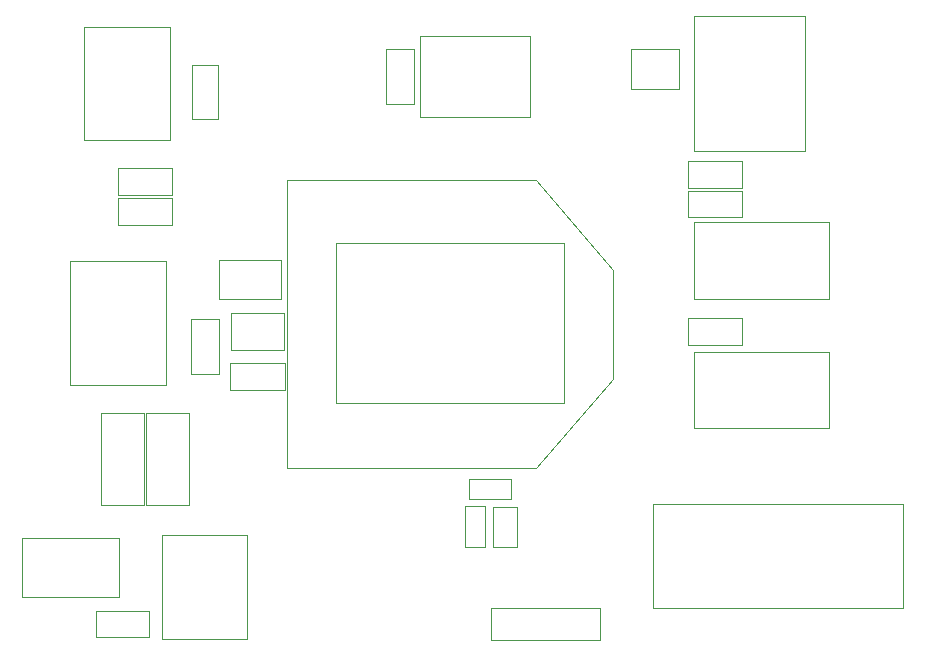
<source format=gbr>
%TF.GenerationSoftware,KiCad,Pcbnew,6.0.10-86aedd382b~118~ubuntu20.04.1*%
%TF.CreationDate,2023-01-16T10:09:38+01:00*%
%TF.ProjectId,Adaptateur-USB-Xbee-2,41646170-7461-4746-9575-722d5553422d,rev?*%
%TF.SameCoordinates,Original*%
%TF.FileFunction,Other,User*%
%FSLAX46Y46*%
G04 Gerber Fmt 4.6, Leading zero omitted, Abs format (unit mm)*
G04 Created by KiCad (PCBNEW 6.0.10-86aedd382b~118~ubuntu20.04.1) date 2023-01-16 10:09:38*
%MOMM*%
%LPD*%
G01*
G04 APERTURE LIST*
%ADD10C,0.050000*%
%ADD11C,0.120000*%
G04 APERTURE END LIST*
D10*
%TO.C,R4*%
X94765000Y-90430000D02*
X97005000Y-90430000D01*
X97005000Y-94990000D02*
X94765000Y-94990000D01*
X97005000Y-90430000D02*
X97005000Y-94990000D01*
X94765000Y-94990000D02*
X94765000Y-90430000D01*
D11*
%TO.C,U3B1*%
X130395000Y-117000000D02*
X123895000Y-124600000D01*
X102795000Y-100200000D02*
X102795000Y-124600000D01*
X130395000Y-107800000D02*
X130395000Y-117000000D01*
X102795000Y-124600000D02*
X123895000Y-124600000D01*
X102795000Y-100200000D02*
X123895000Y-100200000D01*
X130395000Y-107800000D02*
X123895000Y-100200000D01*
D10*
%TO.C,R6*%
X93085000Y-103990000D02*
X88525000Y-103990000D01*
X93085000Y-101750000D02*
X93085000Y-103990000D01*
X88525000Y-103990000D02*
X88525000Y-101750000D01*
X88525000Y-101750000D02*
X93085000Y-101750000D01*
%TO.C,SW2*%
X137300000Y-86300000D02*
X146700000Y-86300000D01*
X146700000Y-86300000D02*
X146700000Y-97700000D01*
X137300000Y-97700000D02*
X137300000Y-86300000D01*
X146700000Y-97700000D02*
X137300000Y-97700000D01*
%TO.C,C6*%
X90860000Y-119905000D02*
X94560000Y-119905000D01*
X94560000Y-127745000D02*
X90860000Y-127745000D01*
X94560000Y-119905000D02*
X94560000Y-127745000D01*
X90860000Y-127745000D02*
X90860000Y-119905000D01*
%TO.C,C1*%
X113545000Y-89140000D02*
X113545000Y-93740000D01*
X113545000Y-93740000D02*
X111245000Y-93740000D01*
X111245000Y-89140000D02*
X113545000Y-89140000D01*
X111245000Y-93740000D02*
X111245000Y-89140000D01*
%TO.C,D2*%
X88575000Y-135500000D02*
X88575000Y-130500000D01*
X80425000Y-135500000D02*
X88575000Y-135500000D01*
X80425000Y-130500000D02*
X80425000Y-135500000D01*
X88575000Y-130500000D02*
X80425000Y-130500000D01*
%TO.C,D1*%
X148725000Y-110225000D02*
X148725000Y-103775000D01*
X148725000Y-103775000D02*
X137275000Y-103775000D01*
X137275000Y-103775000D02*
X137275000Y-110225000D01*
X137275000Y-110225000D02*
X148725000Y-110225000D01*
%TO.C,C7*%
X141365000Y-100845000D02*
X136765000Y-100845000D01*
X136765000Y-98545000D02*
X141365000Y-98545000D01*
X136765000Y-100845000D02*
X136765000Y-98545000D01*
X141365000Y-98545000D02*
X141365000Y-100845000D01*
%TO.C,AE1*%
X120125000Y-136445000D02*
X129325000Y-136445000D01*
X120125000Y-139145000D02*
X120125000Y-136445000D01*
X129325000Y-139145000D02*
X120125000Y-139145000D01*
X129325000Y-136445000D02*
X129325000Y-139145000D01*
%TO.C,C3*%
X102630000Y-117990000D02*
X98030000Y-117990000D01*
X98030000Y-115690000D02*
X102630000Y-115690000D01*
X102630000Y-115690000D02*
X102630000Y-117990000D01*
X98030000Y-117990000D02*
X98030000Y-115690000D01*
%TO.C,L1*%
X121765000Y-125515000D02*
X121765000Y-127215000D01*
X118265000Y-125515000D02*
X121765000Y-125515000D01*
X121765000Y-127215000D02*
X118265000Y-127215000D01*
X118265000Y-127215000D02*
X118265000Y-125515000D01*
%TO.C,R1*%
X141345000Y-101115000D02*
X141345000Y-103355000D01*
X136785000Y-101115000D02*
X141345000Y-101115000D01*
X136785000Y-103355000D02*
X136785000Y-101115000D01*
X141345000Y-103355000D02*
X136785000Y-103355000D01*
%TO.C,U2*%
X92285000Y-139020000D02*
X99485000Y-139020000D01*
X92285000Y-130220000D02*
X92285000Y-139020000D01*
X99485000Y-130220000D02*
X92285000Y-130220000D01*
X99485000Y-139020000D02*
X99485000Y-130220000D01*
%TO.C,J2*%
X92607500Y-107035000D02*
X92607500Y-117585000D01*
X92607500Y-107035000D02*
X84427500Y-107035000D01*
X92607500Y-117585000D02*
X84427500Y-117585000D01*
X84427500Y-107035000D02*
X84427500Y-117585000D01*
%TO.C,SW1*%
X92912500Y-96775000D02*
X85662500Y-96775000D01*
X85662500Y-87225000D02*
X92912500Y-87225000D01*
X92912500Y-87225000D02*
X92912500Y-96775000D01*
X85662500Y-96775000D02*
X85662500Y-87225000D01*
%TO.C,C5*%
X90750000Y-127745000D02*
X87050000Y-127745000D01*
X87050000Y-127745000D02*
X87050000Y-119905000D01*
X90750000Y-119905000D02*
X90750000Y-127745000D01*
X87050000Y-119905000D02*
X90750000Y-119905000D01*
%TO.C,J1*%
X133840000Y-136400000D02*
X133840000Y-127600000D01*
X155000000Y-127600000D02*
X155000000Y-136400000D01*
X133840000Y-136400000D02*
X155000000Y-136400000D01*
X155000000Y-127600000D02*
X133840000Y-127600000D01*
%TO.C,FB1*%
X98050000Y-111450000D02*
X102610000Y-111450000D01*
X98050000Y-114610000D02*
X98050000Y-111450000D01*
X102610000Y-114610000D02*
X98050000Y-114610000D01*
X102610000Y-111450000D02*
X102610000Y-114610000D01*
%TO.C,U4*%
X131935000Y-89105000D02*
X131935000Y-92505000D01*
X136035000Y-89105000D02*
X131935000Y-89105000D01*
X136035000Y-92505000D02*
X136035000Y-89105000D01*
X131935000Y-92505000D02*
X136035000Y-92505000D01*
%TO.C,R5*%
X93085000Y-101450000D02*
X88525000Y-101450000D01*
X88525000Y-99210000D02*
X93085000Y-99210000D01*
X88525000Y-101450000D02*
X88525000Y-99210000D01*
X93085000Y-99210000D02*
X93085000Y-101450000D01*
%TO.C,R2*%
X86620000Y-136675000D02*
X91180000Y-136675000D01*
X86620000Y-138915000D02*
X86620000Y-136675000D01*
X91180000Y-138915000D02*
X86620000Y-138915000D01*
X91180000Y-136675000D02*
X91180000Y-138915000D01*
%TO.C,C2*%
X94735000Y-116600000D02*
X94735000Y-112000000D01*
X97035000Y-116600000D02*
X94735000Y-116600000D01*
X97035000Y-112000000D02*
X97035000Y-116600000D01*
X94735000Y-112000000D02*
X97035000Y-112000000D01*
%TO.C,U1*%
X123395000Y-94890000D02*
X114095000Y-94890000D01*
X114095000Y-87990000D02*
X114095000Y-94890000D01*
X123395000Y-87990000D02*
X114095000Y-87990000D01*
X123395000Y-87990000D02*
X123395000Y-94890000D01*
%TO.C,C4*%
X97075000Y-106935000D02*
X102315000Y-106935000D01*
X102315000Y-106935000D02*
X102315000Y-110235000D01*
X97075000Y-110235000D02*
X97075000Y-106935000D01*
X102315000Y-110235000D02*
X97075000Y-110235000D01*
D11*
%TO.C,U3A1*%
X126304000Y-119113600D02*
X126304000Y-105550000D01*
X107000000Y-119113600D02*
X126304000Y-119113600D01*
X126304000Y-105550000D02*
X107000000Y-105550000D01*
X107000000Y-105550000D02*
X107000000Y-119113600D01*
D10*
%TO.C,D3*%
X137275000Y-121225000D02*
X148725000Y-121225000D01*
X148725000Y-121225000D02*
X148725000Y-114775000D01*
X137275000Y-114775000D02*
X137275000Y-121225000D01*
X148725000Y-114775000D02*
X137275000Y-114775000D01*
%TO.C,R3*%
X141345000Y-111910000D02*
X141345000Y-114150000D01*
X136785000Y-114150000D02*
X136785000Y-111910000D01*
X141345000Y-114150000D02*
X136785000Y-114150000D01*
X136785000Y-111910000D02*
X141345000Y-111910000D01*
%TO.C,L2*%
X119595000Y-127790000D02*
X119595000Y-131290000D01*
X119595000Y-131290000D02*
X117895000Y-131290000D01*
X117895000Y-127790000D02*
X119595000Y-127790000D01*
X117895000Y-131290000D02*
X117895000Y-127790000D01*
%TO.C,C8*%
X120305000Y-127840000D02*
X122265000Y-127840000D01*
X122265000Y-131240000D02*
X120305000Y-131240000D01*
X122265000Y-127840000D02*
X122265000Y-131240000D01*
X120305000Y-131240000D02*
X120305000Y-127840000D01*
%TD*%
M02*

</source>
